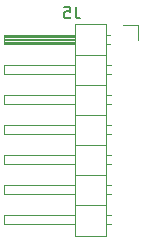
<source format=gbr>
%TF.GenerationSoftware,KiCad,Pcbnew,8.0.8*%
%TF.CreationDate,2025-03-24T10:48:51+01:00*%
%TF.ProjectId,Unit,556e6974-2e6b-4696-9361-645f70636258,rev?*%
%TF.SameCoordinates,Original*%
%TF.FileFunction,Legend,Bot*%
%TF.FilePolarity,Positive*%
%FSLAX46Y46*%
G04 Gerber Fmt 4.6, Leading zero omitted, Abs format (unit mm)*
G04 Created by KiCad (PCBNEW 8.0.8) date 2025-03-24 10:48:51*
%MOMM*%
%LPD*%
G01*
G04 APERTURE LIST*
%ADD10C,0.150000*%
%ADD11C,0.120000*%
G04 APERTURE END LIST*
D10*
X131748333Y-72284819D02*
X131748333Y-72999104D01*
X131748333Y-72999104D02*
X131795952Y-73141961D01*
X131795952Y-73141961D02*
X131891190Y-73237200D01*
X131891190Y-73237200D02*
X132034047Y-73284819D01*
X132034047Y-73284819D02*
X132129285Y-73284819D01*
X130795952Y-72284819D02*
X131272142Y-72284819D01*
X131272142Y-72284819D02*
X131319761Y-72761009D01*
X131319761Y-72761009D02*
X131272142Y-72713390D01*
X131272142Y-72713390D02*
X131176904Y-72665771D01*
X131176904Y-72665771D02*
X130938809Y-72665771D01*
X130938809Y-72665771D02*
X130843571Y-72713390D01*
X130843571Y-72713390D02*
X130795952Y-72761009D01*
X130795952Y-72761009D02*
X130748333Y-72856247D01*
X130748333Y-72856247D02*
X130748333Y-73094342D01*
X130748333Y-73094342D02*
X130795952Y-73189580D01*
X130795952Y-73189580D02*
X130843571Y-73237200D01*
X130843571Y-73237200D02*
X130938809Y-73284819D01*
X130938809Y-73284819D02*
X131176904Y-73284819D01*
X131176904Y-73284819D02*
X131272142Y-73237200D01*
X131272142Y-73237200D02*
X131319761Y-73189580D01*
D11*
%TO.C,J5*%
X125700000Y-74720000D02*
X131700000Y-74720000D01*
X125700000Y-74780000D02*
X131700000Y-74780000D01*
X125700000Y-74900000D02*
X131700000Y-74900000D01*
X125700000Y-75020000D02*
X131700000Y-75020000D01*
X125700000Y-75140000D02*
X131700000Y-75140000D01*
X125700000Y-75260000D02*
X131700000Y-75260000D01*
X125700000Y-75380000D02*
X131700000Y-75380000D01*
X125700000Y-75480000D02*
X125700000Y-74720000D01*
X125700000Y-77260000D02*
X131700000Y-77260000D01*
X125700000Y-78020000D02*
X125700000Y-77260000D01*
X125700000Y-79800000D02*
X131700000Y-79800000D01*
X125700000Y-80560000D02*
X125700000Y-79800000D01*
X125700000Y-82340000D02*
X131700000Y-82340000D01*
X125700000Y-83100000D02*
X125700000Y-82340000D01*
X125700000Y-84880000D02*
X131700000Y-84880000D01*
X125700000Y-85640000D02*
X125700000Y-84880000D01*
X125700000Y-87420000D02*
X131700000Y-87420000D01*
X125700000Y-88180000D02*
X125700000Y-87420000D01*
X125700000Y-89960000D02*
X131700000Y-89960000D01*
X125700000Y-90720000D02*
X125700000Y-89960000D01*
X131700000Y-73770000D02*
X131700000Y-91670000D01*
X131700000Y-75480000D02*
X125700000Y-75480000D01*
X131700000Y-76370000D02*
X134360000Y-76370000D01*
X131700000Y-78020000D02*
X125700000Y-78020000D01*
X131700000Y-78910000D02*
X134360000Y-78910000D01*
X131700000Y-80560000D02*
X125700000Y-80560000D01*
X131700000Y-81450000D02*
X134360000Y-81450000D01*
X131700000Y-83100000D02*
X125700000Y-83100000D01*
X131700000Y-83990000D02*
X134360000Y-83990000D01*
X131700000Y-85640000D02*
X125700000Y-85640000D01*
X131700000Y-86530000D02*
X134360000Y-86530000D01*
X131700000Y-88180000D02*
X125700000Y-88180000D01*
X131700000Y-89070000D02*
X134360000Y-89070000D01*
X131700000Y-90720000D02*
X125700000Y-90720000D01*
X131700000Y-91670000D02*
X134360000Y-91670000D01*
X134360000Y-73770000D02*
X131700000Y-73770000D01*
X134360000Y-74720000D02*
X134690000Y-74720000D01*
X134360000Y-75480000D02*
X134690000Y-75480000D01*
X134360000Y-77260000D02*
X134757071Y-77260000D01*
X134360000Y-78020000D02*
X134757071Y-78020000D01*
X134360000Y-79800000D02*
X134757071Y-79800000D01*
X134360000Y-80560000D02*
X134757071Y-80560000D01*
X134360000Y-82340000D02*
X134757071Y-82340000D01*
X134360000Y-83100000D02*
X134757071Y-83100000D01*
X134360000Y-84880000D02*
X134757071Y-84880000D01*
X134360000Y-85640000D02*
X134757071Y-85640000D01*
X134360000Y-87420000D02*
X134757071Y-87420000D01*
X134360000Y-88180000D02*
X134757071Y-88180000D01*
X134360000Y-89960000D02*
X134757071Y-89960000D01*
X134360000Y-90720000D02*
X134757071Y-90720000D01*
X134360000Y-91670000D02*
X134360000Y-73770000D01*
X135800000Y-73830000D02*
X137070000Y-73830000D01*
X137070000Y-73830000D02*
X137070000Y-75100000D01*
%TD*%
M02*

</source>
